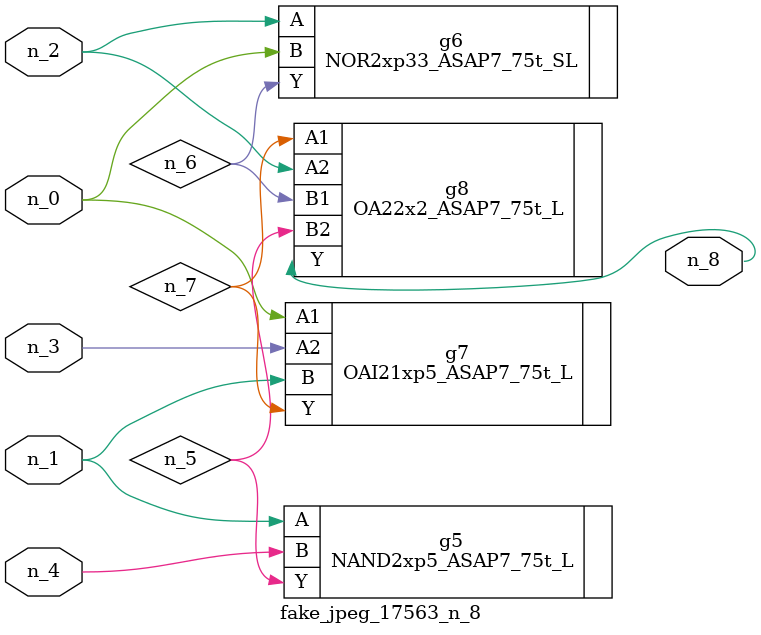
<source format=v>
module fake_jpeg_17563_n_8 (n_3, n_2, n_1, n_0, n_4, n_8);

input n_3;
input n_2;
input n_1;
input n_0;
input n_4;

output n_8;

wire n_6;
wire n_5;
wire n_7;

NAND2xp5_ASAP7_75t_L g5 ( 
.A(n_1),
.B(n_4),
.Y(n_5)
);

NOR2xp33_ASAP7_75t_SL g6 ( 
.A(n_2),
.B(n_0),
.Y(n_6)
);

OAI21xp5_ASAP7_75t_L g7 ( 
.A1(n_0),
.A2(n_3),
.B(n_1),
.Y(n_7)
);

OA22x2_ASAP7_75t_L g8 ( 
.A1(n_7),
.A2(n_2),
.B1(n_6),
.B2(n_5),
.Y(n_8)
);


endmodule
</source>
